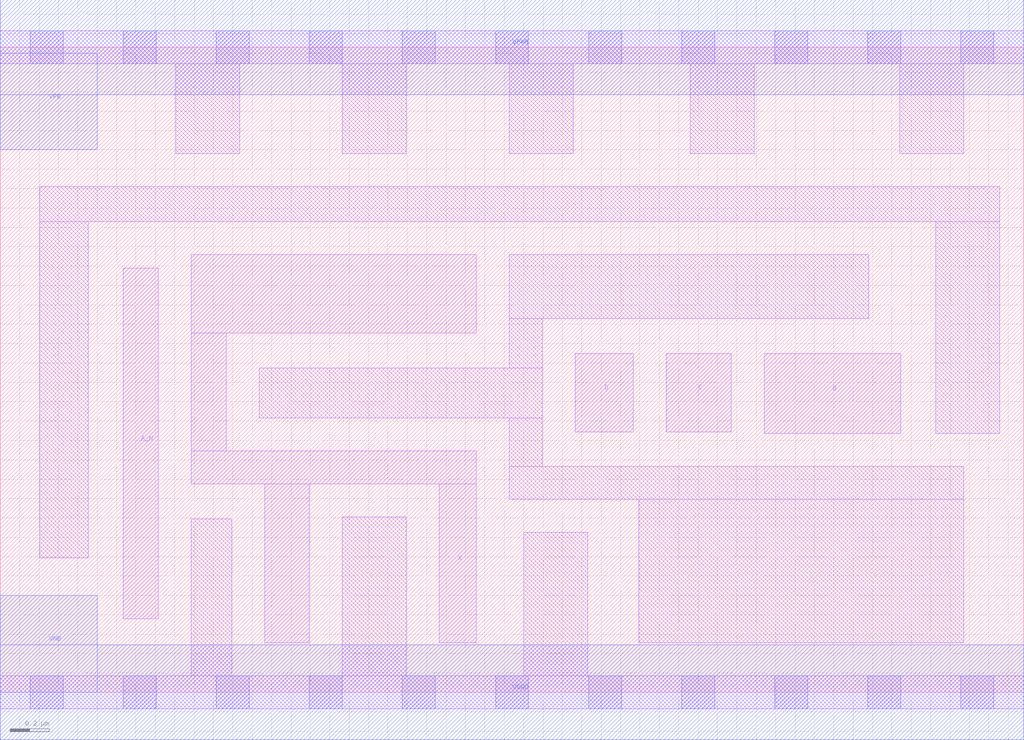
<source format=lef>
# Copyright 2020 The SkyWater PDK Authors
#
# Licensed under the Apache License, Version 2.0 (the "License");
# you may not use this file except in compliance with the License.
# You may obtain a copy of the License at
#
#     https://www.apache.org/licenses/LICENSE-2.0
#
# Unless required by applicable law or agreed to in writing, software
# distributed under the License is distributed on an "AS IS" BASIS,
# WITHOUT WARRANTIES OR CONDITIONS OF ANY KIND, either express or implied.
# See the License for the specific language governing permissions and
# limitations under the License.
#
# SPDX-License-Identifier: Apache-2.0

VERSION 5.5 ;
NAMESCASESENSITIVE ON ;
BUSBITCHARS "[]" ;
DIVIDERCHAR "/" ;
MACRO sky130_fd_sc_lp__and4b_4
  CLASS CORE ;
  SOURCE USER ;
  ORIGIN  0.000000  0.000000 ;
  SIZE  5.280000 BY  3.330000 ;
  SYMMETRY X Y R90 ;
  SITE unit ;
  PIN A_N
    ANTENNAGATEAREA  0.126000 ;
    DIRECTION INPUT ;
    USE SIGNAL ;
    PORT
      LAYER li1 ;
        RECT 0.635000 0.380000 0.815000 2.190000 ;
    END
  END A_N
  PIN B
    ANTENNAGATEAREA  0.315000 ;
    DIRECTION INPUT ;
    USE SIGNAL ;
    PORT
      LAYER li1 ;
        RECT 3.940000 1.335000 4.645000 1.750000 ;
    END
  END B
  PIN C
    ANTENNAGATEAREA  0.315000 ;
    DIRECTION INPUT ;
    USE SIGNAL ;
    PORT
      LAYER li1 ;
        RECT 3.435000 1.345000 3.770000 1.750000 ;
    END
  END C
  PIN D
    ANTENNAGATEAREA  0.315000 ;
    DIRECTION INPUT ;
    USE SIGNAL ;
    PORT
      LAYER li1 ;
        RECT 2.965000 1.345000 3.265000 1.750000 ;
    END
  END D
  PIN X
    ANTENNADIFFAREA  1.176000 ;
    DIRECTION OUTPUT ;
    USE SIGNAL ;
    PORT
      LAYER li1 ;
        RECT 0.985000 1.075000 2.455000 1.245000 ;
        RECT 0.985000 1.245000 1.165000 1.855000 ;
        RECT 0.985000 1.855000 2.455000 2.260000 ;
        RECT 1.365000 0.255000 1.595000 1.075000 ;
        RECT 2.265000 0.255000 2.455000 1.075000 ;
    END
  END X
  PIN VGND
    DIRECTION INOUT ;
    USE GROUND ;
    PORT
      LAYER met1 ;
        RECT 0.000000 -0.245000 5.280000 0.245000 ;
    END
  END VGND
  PIN VNB
    DIRECTION INOUT ;
    USE GROUND ;
    PORT
    END
  END VNB
  PIN VPB
    DIRECTION INOUT ;
    USE POWER ;
    PORT
    END
  END VPB
  PIN VNB
    DIRECTION INOUT ;
    USE GROUND ;
    PORT
      LAYER met1 ;
        RECT 0.000000 0.000000 0.500000 0.500000 ;
    END
  END VNB
  PIN VPB
    DIRECTION INOUT ;
    USE POWER ;
    PORT
      LAYER met1 ;
        RECT 0.000000 2.800000 0.500000 3.300000 ;
    END
  END VPB
  PIN VPWR
    DIRECTION INOUT ;
    USE POWER ;
    PORT
      LAYER met1 ;
        RECT 0.000000 3.085000 5.280000 3.575000 ;
    END
  END VPWR
  OBS
    LAYER li1 ;
      RECT 0.000000 -0.085000 5.280000 0.085000 ;
      RECT 0.000000  3.245000 5.280000 3.415000 ;
      RECT 0.205000  0.695000 0.455000 2.430000 ;
      RECT 0.205000  2.430000 5.155000 2.610000 ;
      RECT 0.905000  2.780000 1.235000 3.245000 ;
      RECT 0.985000  0.085000 1.195000 0.895000 ;
      RECT 1.335000  1.415000 2.795000 1.675000 ;
      RECT 1.765000  0.085000 2.095000 0.905000 ;
      RECT 1.765000  2.780000 2.095000 3.245000 ;
      RECT 2.625000  0.995000 4.970000 1.165000 ;
      RECT 2.625000  1.165000 2.795000 1.415000 ;
      RECT 2.625000  1.675000 2.795000 1.930000 ;
      RECT 2.625000  1.930000 4.480000 2.260000 ;
      RECT 2.625000  2.780000 2.955000 3.245000 ;
      RECT 2.700000  0.085000 3.030000 0.825000 ;
      RECT 3.295000  0.255000 4.970000 0.995000 ;
      RECT 3.560000  2.780000 3.890000 3.245000 ;
      RECT 4.640000  2.780000 4.970000 3.245000 ;
      RECT 4.825000  1.335000 5.155000 2.430000 ;
    LAYER mcon ;
      RECT 0.155000 -0.085000 0.325000 0.085000 ;
      RECT 0.155000  3.245000 0.325000 3.415000 ;
      RECT 0.635000 -0.085000 0.805000 0.085000 ;
      RECT 0.635000  3.245000 0.805000 3.415000 ;
      RECT 1.115000 -0.085000 1.285000 0.085000 ;
      RECT 1.115000  3.245000 1.285000 3.415000 ;
      RECT 1.595000 -0.085000 1.765000 0.085000 ;
      RECT 1.595000  3.245000 1.765000 3.415000 ;
      RECT 2.075000 -0.085000 2.245000 0.085000 ;
      RECT 2.075000  3.245000 2.245000 3.415000 ;
      RECT 2.555000 -0.085000 2.725000 0.085000 ;
      RECT 2.555000  3.245000 2.725000 3.415000 ;
      RECT 3.035000 -0.085000 3.205000 0.085000 ;
      RECT 3.035000  3.245000 3.205000 3.415000 ;
      RECT 3.515000 -0.085000 3.685000 0.085000 ;
      RECT 3.515000  3.245000 3.685000 3.415000 ;
      RECT 3.995000 -0.085000 4.165000 0.085000 ;
      RECT 3.995000  3.245000 4.165000 3.415000 ;
      RECT 4.475000 -0.085000 4.645000 0.085000 ;
      RECT 4.475000  3.245000 4.645000 3.415000 ;
      RECT 4.955000 -0.085000 5.125000 0.085000 ;
      RECT 4.955000  3.245000 5.125000 3.415000 ;
  END
END sky130_fd_sc_lp__and4b_4
END LIBRARY

</source>
